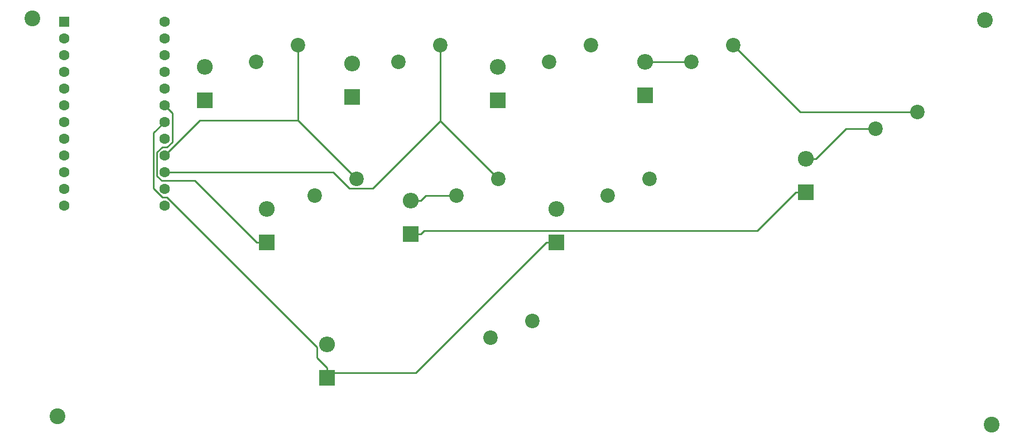
<source format=gbl>
G04 #@! TF.GenerationSoftware,KiCad,Pcbnew,5.1.7-a382d34a8~87~ubuntu20.04.1*
G04 #@! TF.CreationDate,2021-01-04T03:10:59+05:30*
G04 #@! TF.ProjectId,ai03-pcb-guide,61693033-2d70-4636-922d-67756964652e,rev?*
G04 #@! TF.SameCoordinates,Original*
G04 #@! TF.FileFunction,Copper,L2,Bot*
G04 #@! TF.FilePolarity,Positive*
%FSLAX46Y46*%
G04 Gerber Fmt 4.6, Leading zero omitted, Abs format (unit mm)*
G04 Created by KiCad (PCBNEW 5.1.7-a382d34a8~87~ubuntu20.04.1) date 2021-01-04 03:10:59*
%MOMM*%
%LPD*%
G01*
G04 APERTURE LIST*
G04 #@! TA.AperFunction,ComponentPad*
%ADD10C,2.400000*%
G04 #@! TD*
G04 #@! TA.AperFunction,ComponentPad*
%ADD11C,1.600000*%
G04 #@! TD*
G04 #@! TA.AperFunction,ComponentPad*
%ADD12R,1.600000X1.600000*%
G04 #@! TD*
G04 #@! TA.AperFunction,ComponentPad*
%ADD13O,2.400000X2.400000*%
G04 #@! TD*
G04 #@! TA.AperFunction,ComponentPad*
%ADD14R,2.400000X2.400000*%
G04 #@! TD*
G04 #@! TA.AperFunction,ComponentPad*
%ADD15C,2.200000*%
G04 #@! TD*
G04 #@! TA.AperFunction,Conductor*
%ADD16C,0.254000*%
G04 #@! TD*
G04 APERTURE END LIST*
D10*
X190563500Y-64798000D03*
X191579500Y-126266000D03*
X49847500Y-124996000D03*
X46037500Y-64544000D03*
D11*
X66103500Y-65052000D03*
X66103500Y-67592000D03*
X66103500Y-70132000D03*
X66103500Y-72672000D03*
X66103500Y-75212000D03*
X66103500Y-77752000D03*
X66103500Y-80292000D03*
X66103500Y-82832000D03*
X66103500Y-85372000D03*
X66103500Y-87912000D03*
X66103500Y-90452000D03*
X66103500Y-92992000D03*
X50863500Y-92992000D03*
X50863500Y-90452000D03*
X50863500Y-87912000D03*
X50863500Y-85372000D03*
X50863500Y-82832000D03*
X50863500Y-80292000D03*
X50863500Y-77752000D03*
X50863500Y-75212000D03*
X50863500Y-72672000D03*
X50863500Y-70132000D03*
X50863500Y-67592000D03*
D12*
X50863500Y-65052000D03*
D13*
X139002000Y-71148000D03*
D14*
X139002000Y-76228000D03*
D13*
X163386000Y-85880000D03*
D14*
X163386000Y-90960000D03*
D13*
X116650000Y-71910000D03*
D14*
X116650000Y-76990000D03*
D13*
X125540000Y-93500000D03*
D14*
X125540000Y-98580000D03*
D13*
X103442000Y-92230000D03*
D14*
X103442000Y-97310000D03*
D13*
X94551500Y-71402000D03*
D14*
X94551500Y-76482000D03*
D13*
X90741500Y-114074000D03*
D14*
X90741500Y-119154000D03*
D13*
X81597500Y-93500000D03*
D14*
X81597500Y-98580000D03*
D13*
X72199500Y-71910000D03*
D14*
X72199500Y-76990000D03*
D15*
X115570000Y-113030000D03*
X121920000Y-110490000D03*
X110370000Y-91440000D03*
X116720000Y-88900000D03*
X88900000Y-91440000D03*
X95250000Y-88900000D03*
X173990000Y-81280000D03*
X180340000Y-78740000D03*
X124460000Y-71120000D03*
X130810000Y-68580000D03*
X133350000Y-91440000D03*
X139700000Y-88900000D03*
X101600000Y-71120000D03*
X107950000Y-68580000D03*
X146050000Y-71120000D03*
X152400000Y-68580000D03*
X80010000Y-71120000D03*
X86360000Y-68580000D03*
D16*
X81597500Y-98580000D02*
X80070200Y-98580000D01*
X80070200Y-98580000D02*
X70672200Y-89182000D01*
X70672200Y-89182000D02*
X65669200Y-89182000D01*
X65669200Y-89182000D02*
X64968200Y-88481000D01*
X64968200Y-88481000D02*
X64968200Y-84903700D01*
X64968200Y-84903700D02*
X65769900Y-84102000D01*
X65769900Y-84102000D02*
X66490600Y-84102000D01*
X66490600Y-84102000D02*
X67259700Y-83332900D01*
X67259700Y-83332900D02*
X67259700Y-78908200D01*
X67259700Y-78908200D02*
X66103500Y-77752000D01*
X163386000Y-90960000D02*
X161858700Y-90960000D01*
X103442000Y-97310000D02*
X104969300Y-97310000D01*
X104969300Y-97310000D02*
X105450500Y-96828800D01*
X105450500Y-96828800D02*
X155989900Y-96828800D01*
X155989900Y-96828800D02*
X161858700Y-90960000D01*
X86360000Y-80010000D02*
X95250000Y-88900000D01*
X86360000Y-68580000D02*
X86360000Y-80010000D01*
X86360000Y-80010000D02*
X71465500Y-80010000D01*
X71465500Y-80010000D02*
X66103500Y-85372000D01*
X107950000Y-80130000D02*
X116720000Y-88900000D01*
X107950000Y-68580000D02*
X107950000Y-80130000D01*
X107950000Y-80130000D02*
X97708700Y-90371300D01*
X97708700Y-90371300D02*
X94181300Y-90371300D01*
X94181300Y-90371300D02*
X91722000Y-87912000D01*
X91722000Y-87912000D02*
X66103500Y-87912000D01*
X103442000Y-92230000D02*
X104969300Y-92230000D01*
X110370000Y-91440000D02*
X105759300Y-91440000D01*
X105759300Y-91440000D02*
X104969300Y-92230000D01*
X180340000Y-78740000D02*
X162560000Y-78740000D01*
X162560000Y-78740000D02*
X152400000Y-68580000D01*
X163386000Y-85880000D02*
X164913300Y-85880000D01*
X173990000Y-81280000D02*
X169513300Y-81280000D01*
X169513300Y-81280000D02*
X164913300Y-85880000D01*
X139002000Y-71148000D02*
X140529300Y-71148000D01*
X146050000Y-71120000D02*
X140557300Y-71120000D01*
X140557300Y-71120000D02*
X140529300Y-71148000D01*
X125540000Y-98580000D02*
X124012700Y-98580000D01*
X90741500Y-118390300D02*
X104202400Y-118390300D01*
X104202400Y-118390300D02*
X124012700Y-98580000D01*
X90741500Y-118390300D02*
X90741500Y-117626700D01*
X90741500Y-119154000D02*
X90741500Y-118390300D01*
X90741500Y-117626700D02*
X89214200Y-116099400D01*
X89214200Y-116099400D02*
X89214200Y-114489900D01*
X89214200Y-114489900D02*
X66446300Y-91722000D01*
X66446300Y-91722000D02*
X65768000Y-91722000D01*
X65768000Y-91722000D02*
X64455800Y-90409800D01*
X64455800Y-90409800D02*
X64455800Y-81939700D01*
X64455800Y-81939700D02*
X66103500Y-80292000D01*
M02*

</source>
